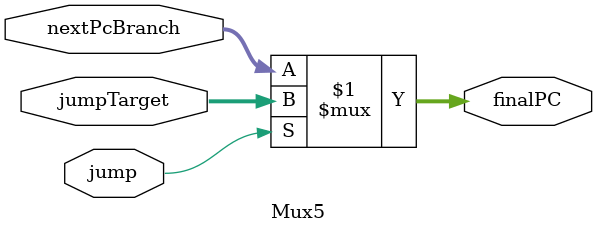
<source format=v>
module Mux5(
    input [31:0] nextPcBranch, // Entrada 0 (Viene del Mux4)
    input [31:0] jumpTarget,   // Entrada 1 (Direccion de Jump)
    input jump,                // Selector (Señal Jump de Control)
    output [31:0] finalPC      // Salida final hacia el módulo PC
);
    assign finalPC = (jump) ? jumpTarget : nextPcBranch;
endmodule
</source>
